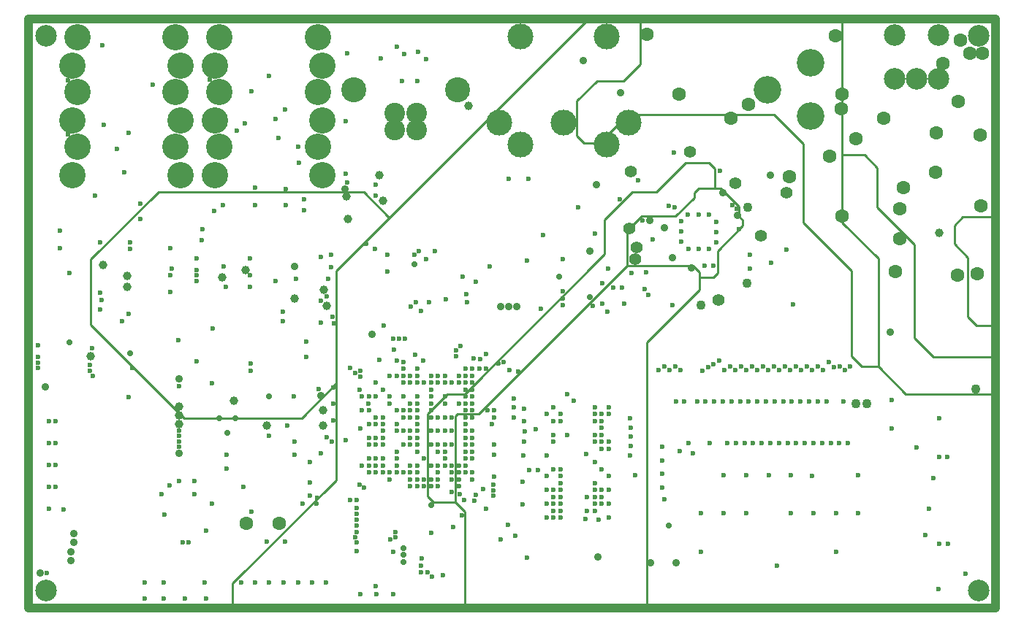
<source format=gbr>
G04 Layer_Physical_Order=4*
G04 Layer_Color=128*
%FSLAX45Y45*%
%MOMM*%
%TF.FileFunction,Copper,L4,Inr,Plane*%
%TF.Part,Single*%
G01*
G75*
%TA.AperFunction,ViaPad*%
%ADD76C,0.60000*%
%TA.AperFunction,NonConductor*%
%ADD80C,1.01600*%
%TA.AperFunction,ViaPad*%
%ADD81C,2.50000*%
%TA.AperFunction,ComponentPad*%
%ADD82C,3.05000*%
%ADD84C,2.90000*%
%ADD85C,2.40000*%
%ADD86C,3.00000*%
%ADD87C,3.20000*%
%ADD88C,2.50000*%
%TA.AperFunction,ViaPad*%
%ADD89C,1.10000*%
%ADD90C,1.00000*%
%ADD91C,0.70000*%
%ADD92C,0.90000*%
%ADD93C,1.60000*%
%ADD94C,1.40000*%
%TA.AperFunction,NonConductor*%
%ADD96C,0.25000*%
D76*
X8727999Y8695508D02*
D03*
X6750018Y8419987D02*
D03*
X6670018D02*
D03*
X6590018D02*
D03*
X6510018D02*
D03*
X7132500Y10310000D02*
D03*
X7282500D02*
D03*
X7167500Y10910000D02*
D03*
X7352500D02*
D03*
X7125000Y9700000D02*
D03*
X8727963Y7895541D02*
D03*
X9288000Y8935500D02*
D03*
X9207963Y8455542D02*
D03*
X9287961Y8375502D02*
D03*
X7710000Y8900000D02*
D03*
X8395500Y8816500D02*
D03*
X5410000Y7540000D02*
D03*
X5620000Y7537500D02*
D03*
X5987500Y8047500D02*
D03*
X6370000Y8020000D02*
D03*
X6450000D02*
D03*
X6450000Y7930000D02*
D03*
X5985000Y7977500D02*
D03*
X5910000Y8070000D02*
D03*
X6480000Y8200000D02*
D03*
X8271400Y9191900D02*
D03*
X8525000Y8842500D02*
D03*
X8015000Y8900000D02*
D03*
X8449208Y8366661D02*
D03*
X8550736D02*
D03*
X6590000Y9220000D02*
D03*
X6510000D02*
D03*
X9617500Y8537500D02*
D03*
X9247982Y7790482D02*
D03*
X9208003Y7895541D02*
D03*
X9098003Y7798041D02*
D03*
X9118003Y7895541D02*
D03*
X8197500Y7731671D02*
D03*
X9207961Y8215502D02*
D03*
X8807963Y8215541D02*
D03*
X9207961Y7975501D02*
D03*
X9287961D02*
D03*
X9620000Y8649000D02*
D03*
X9625000Y8752500D02*
D03*
X9368000Y8695499D02*
D03*
X9288000D02*
D03*
X8728002Y8375542D02*
D03*
X7790000Y8820015D02*
D03*
X8042726Y8540057D02*
D03*
X7789984Y8740016D02*
D03*
X8042800Y8660000D02*
D03*
X8807963Y7815541D02*
D03*
X8387000Y8696000D02*
D03*
X8387400Y8936300D02*
D03*
X4800000Y11370000D02*
D03*
X5270000Y11640000D02*
D03*
X9800000Y10660000D02*
D03*
X13189999Y6990100D02*
D03*
X13500000Y7160000D02*
D03*
X10010000Y8030000D02*
D03*
X9419981Y10479979D02*
D03*
X9630000Y10650000D02*
D03*
X6760000Y10040000D02*
D03*
X6870000Y9890000D02*
D03*
X9210000Y11110000D02*
D03*
X8610000Y11090000D02*
D03*
X8420000Y10800000D02*
D03*
X6030000Y8560000D02*
D03*
X6490000Y8850000D02*
D03*
X6430000Y9490000D02*
D03*
X6370000Y9550000D02*
D03*
X6830000Y8260000D02*
D03*
X6830000Y8340000D02*
D03*
X6910000D02*
D03*
X6989948Y8340051D02*
D03*
X6710000Y9645000D02*
D03*
X6750000Y8660000D02*
D03*
X6590000Y8740000D02*
D03*
X5214839Y10495000D02*
D03*
X8373000Y7970500D02*
D03*
X8727960Y8775500D02*
D03*
X9615000Y8967500D02*
D03*
X9620000Y8855000D02*
D03*
X4380000Y9870000D02*
D03*
X4780000Y10010000D02*
D03*
X5220000Y9520000D02*
D03*
Y9600000D02*
D03*
X6010000Y9310000D02*
D03*
X5840000Y11510000D02*
D03*
X10390000Y9160001D02*
D03*
X10708000Y9530000D02*
D03*
X10454000Y9520000D02*
D03*
X10517500Y9562000D02*
D03*
X10581000Y9590000D02*
D03*
X10644500Y9632000D02*
D03*
X7950000Y9710000D02*
D03*
X7800000Y9660000D02*
D03*
X7710000Y9540000D02*
D03*
X4210000Y6880000D02*
D03*
X3990000D02*
D03*
X4700000Y6880000D02*
D03*
X4460000Y6880000D02*
D03*
X7790019Y9380018D02*
D03*
X7949986Y9539981D02*
D03*
X7710001Y8500000D02*
D03*
Y8420000D02*
D03*
X7790000Y8980000D02*
D03*
X7710001D02*
D03*
Y9060000D02*
D03*
X7790000D02*
D03*
X9677000Y8310000D02*
D03*
X8382900Y8534800D02*
D03*
X8391200Y9081400D02*
D03*
X8372988Y8226961D02*
D03*
X9368000Y9095500D02*
D03*
X9288000Y9015500D02*
D03*
X9368000D02*
D03*
X9208000Y8775500D02*
D03*
Y8695499D02*
D03*
X9367961Y8135502D02*
D03*
X9287961D02*
D03*
X9207961Y8055502D02*
D03*
X9287961D02*
D03*
X9367961Y7975501D02*
D03*
Y7815501D02*
D03*
X8647963Y7815541D02*
D03*
X8807963Y7895541D02*
D03*
X8727963Y7975541D02*
D03*
X8647963D02*
D03*
X8727963Y8055541D02*
D03*
X8807963Y8135541D02*
D03*
X8727963D02*
D03*
X8647963D02*
D03*
X8807963Y8055541D02*
D03*
X8647963Y8295541D02*
D03*
X8887960Y8775500D02*
D03*
X8648002Y9015500D02*
D03*
X8808002Y8935500D02*
D03*
Y9015500D02*
D03*
X8648002Y8535499D02*
D03*
X8807963Y7975541D02*
D03*
X8042800Y8290500D02*
D03*
X8271401Y8976166D02*
D03*
X8728002Y8935500D02*
D03*
X8286199Y7604661D02*
D03*
X8042765Y8979899D02*
D03*
X9208000Y9095500D02*
D03*
X8271375Y9095540D02*
D03*
X9288000Y8615499D02*
D03*
X9368000D02*
D03*
X9288000Y8855500D02*
D03*
Y8775500D02*
D03*
X7709986Y9219982D02*
D03*
X7790000Y9220000D02*
D03*
Y8500000D02*
D03*
X7710000Y8580000D02*
D03*
X7789986Y9139982D02*
D03*
X7710000Y9300000D02*
D03*
X7790000Y8580000D02*
D03*
X7070000Y8660000D02*
D03*
X7150000Y8820000D02*
D03*
Y8900000D02*
D03*
Y8660000D02*
D03*
X7310000Y8660000D02*
D03*
X7390000D02*
D03*
X7310000Y8820000D02*
D03*
X6750000Y8980000D02*
D03*
X7070000D02*
D03*
X7150000D02*
D03*
Y9220000D02*
D03*
X7310000Y9140000D02*
D03*
X7630000Y8180000D02*
D03*
X7470000Y8820000D02*
D03*
Y8980000D02*
D03*
X7550000Y8820000D02*
D03*
X7470000Y9140000D02*
D03*
X6749988Y8819982D02*
D03*
X7229987Y8499983D02*
D03*
X7470000Y8580000D02*
D03*
X6990000Y8660000D02*
D03*
X7710000Y8820000D02*
D03*
X7310000Y8420000D02*
D03*
X7469986Y9459981D02*
D03*
X7630000Y8420000D02*
D03*
X6990000Y8820000D02*
D03*
X7150000Y8740000D02*
D03*
X7469983Y8659983D02*
D03*
X7630000Y8260000D02*
D03*
X7709986Y9459981D02*
D03*
X7389986Y8579983D02*
D03*
X6910000Y8420000D02*
D03*
X7790000Y8340000D02*
D03*
X7709986Y9139982D02*
D03*
X7069987Y8259983D02*
D03*
Y8419983D02*
D03*
X7390000Y8420000D02*
D03*
X7710000Y8340000D02*
D03*
X7470000Y8420000D02*
D03*
X6589988Y8339987D02*
D03*
X7150000Y8340000D02*
D03*
X7550000Y8260000D02*
D03*
X6670000Y9220000D02*
D03*
X6910000Y8500000D02*
D03*
X6909987Y8899982D02*
D03*
X7310000Y9300000D02*
D03*
X7630000Y8340000D02*
D03*
X6669988Y8339987D02*
D03*
X7789986Y9299981D02*
D03*
X7150000Y8420000D02*
D03*
X7070000Y8820000D02*
D03*
X7230000Y8260000D02*
D03*
X6990000Y9060000D02*
D03*
X7310000Y8980000D02*
D03*
X7390000Y8820000D02*
D03*
X6989987Y8979982D02*
D03*
X6910000Y9060000D02*
D03*
X7309987Y9219982D02*
D03*
X7630000Y9140000D02*
D03*
X7710000Y8660000D02*
D03*
X7470000Y8500000D02*
D03*
X6910000Y8580000D02*
D03*
Y8819999D02*
D03*
X7150000Y8580000D02*
D03*
X7310000Y9060000D02*
D03*
X7150000Y9140000D02*
D03*
X7549986Y8659983D02*
D03*
X7390000Y8980000D02*
D03*
X7550000D02*
D03*
Y8420000D02*
D03*
X7470000Y9220000D02*
D03*
X7710000Y8740000D02*
D03*
X7790000Y8260000D02*
D03*
X7550000Y8340000D02*
D03*
X7150017Y8179987D02*
D03*
X7389987Y8179983D02*
D03*
X7310017Y8179987D02*
D03*
X7230017D02*
D03*
X7070017D02*
D03*
X6840000Y7560000D02*
D03*
X6900000Y7650000D02*
D03*
Y7590000D02*
D03*
X7389987Y8259983D02*
D03*
X7310017Y8259957D02*
D03*
X7390000Y8340000D02*
D03*
X6870000Y7420000D02*
D03*
Y6930000D02*
D03*
X6680000D02*
D03*
X6490000Y6930000D02*
D03*
X7149987Y8259983D02*
D03*
X6450000Y7430000D02*
D03*
X4280000Y8190000D02*
D03*
X4770000Y7980000D02*
D03*
X4940000Y8380000D02*
D03*
X4390000Y9340000D02*
D03*
X10527499Y11329999D02*
D03*
X10407499D02*
D03*
X10287499D02*
D03*
X10210000Y11012500D02*
D03*
Y11132500D02*
D03*
Y11252500D02*
D03*
X6340000Y11700000D02*
D03*
X10480000Y10740000D02*
D03*
X4430000Y7530000D02*
D03*
X4500000D02*
D03*
X4910000Y10730000D02*
D03*
X4930000Y10490000D02*
D03*
X4590000Y10690000D02*
D03*
X5590000Y10090000D02*
D03*
Y10205999D02*
D03*
X6150000Y10860000D02*
D03*
X6100000Y10380000D02*
D03*
X5745480Y10586999D02*
D03*
X6190000Y10068999D02*
D03*
X3355019Y9585019D02*
D03*
X3390000Y9460000D02*
D03*
X6320000Y12415000D02*
D03*
X6334338Y13199071D02*
D03*
X6320000Y11800000D02*
D03*
X6120000Y10586999D02*
D03*
X5214839Y10820000D02*
D03*
X6670000Y11550000D02*
D03*
Y11677000D02*
D03*
X2760000Y9680000D02*
D03*
Y9550000D02*
D03*
Y9615000D02*
D03*
Y9810000D02*
D03*
X3730000Y10090000D02*
D03*
X3479999Y10423000D02*
D03*
X3010000Y11140000D02*
D03*
X4290000Y10630000D02*
D03*
X3760000Y11820000D02*
D03*
X3010000Y10940000D02*
D03*
X4290000Y10430000D02*
D03*
X3810000Y12280000D02*
D03*
X3940000Y11460000D02*
D03*
X3500000Y13289999D02*
D03*
X3670000Y12090000D02*
D03*
X4090000Y12839999D02*
D03*
X3520000Y12370000D02*
D03*
X3100000Y12889999D02*
D03*
X3819999Y11010000D02*
D03*
X8206959Y11745000D02*
D03*
X8440000D02*
D03*
X10409999Y10927499D02*
D03*
X10529999D02*
D03*
X10289999D02*
D03*
X10609999Y11007499D02*
D03*
Y11127499D02*
D03*
Y11247499D02*
D03*
X10740000Y8680000D02*
D03*
X4589999Y10820000D02*
D03*
Y10560000D02*
D03*
X5214839Y10625000D02*
D03*
X4750000Y12900000D02*
D03*
X5150000Y12390000D02*
D03*
X5430000Y12939999D02*
D03*
X5620000Y12550000D02*
D03*
X5770000Y12120000D02*
D03*
X5060000Y12300000D02*
D03*
X5270000Y11440000D02*
D03*
X5630000D02*
D03*
X5540000Y12220000D02*
D03*
X5630000Y11630000D02*
D03*
X3420000Y11550000D02*
D03*
X4900000Y11440000D02*
D03*
X6030000Y10840999D02*
D03*
Y10078999D02*
D03*
X6669988Y8979982D02*
D03*
X7070000Y8740000D02*
D03*
X6750000Y8500000D02*
D03*
X7789982Y9459981D02*
D03*
X4589999Y10625000D02*
D03*
X2860000Y7170000D02*
D03*
X3940000Y11280000D02*
D03*
X4210000Y7060000D02*
D03*
X3990000D02*
D03*
X2880000Y8676000D02*
D03*
X2960000Y8168000D02*
D03*
X2880000D02*
D03*
Y7914000D02*
D03*
X5110000Y7060000D02*
D03*
X5930000D02*
D03*
X6090000D02*
D03*
X5600000D02*
D03*
X5770000D02*
D03*
X5430000D02*
D03*
X5270000D02*
D03*
X3360000Y9520000D02*
D03*
X5510000Y10560000D02*
D03*
X6750000Y8899999D02*
D03*
X6589970Y8900000D02*
D03*
X6730000Y13139999D02*
D03*
X5510000Y12440000D02*
D03*
X7000000Y13189999D02*
D03*
X6910000Y13280000D02*
D03*
X7160000Y13220000D02*
D03*
X7250000Y13130000D02*
D03*
X5780000Y11930000D02*
D03*
X6970000Y12880000D02*
D03*
X7150000D02*
D03*
X6800000Y10860000D02*
D03*
X6170000Y10140000D02*
D03*
X6030000Y10332999D02*
D03*
X6150000Y10720000D02*
D03*
X6590001Y8500000D02*
D03*
X6670001D02*
D03*
X6450000Y7790000D02*
D03*
Y7860000D02*
D03*
Y7720000D02*
D03*
X6670000Y8900000D02*
D03*
X6530000Y8160000D02*
D03*
X4390000Y8820000D02*
D03*
Y8760000D02*
D03*
Y8700000D02*
D03*
Y8640000D02*
D03*
X6660000Y10930000D02*
D03*
X6560000Y10990000D02*
D03*
X2960000Y8930000D02*
D03*
X2880000D02*
D03*
X2960000Y8676000D02*
D03*
X3810000Y9210000D02*
D03*
X3850000Y9550000D02*
D03*
X4940000Y8540000D02*
D03*
X4590000Y9630000D02*
D03*
X6450000Y7650000D02*
D03*
X6430000Y7590000D02*
D03*
X5730000Y8700000D02*
D03*
Y8540000D02*
D03*
X5820000Y7980000D02*
D03*
X6180000Y9320000D02*
D03*
X4570000Y8090000D02*
D03*
X4220000Y7850000D02*
D03*
X6180000Y9140000D02*
D03*
X5860000Y9860000D02*
D03*
Y9680000D02*
D03*
X5721000Y9224000D02*
D03*
X5640000Y8880000D02*
D03*
X4570000Y8240000D02*
D03*
X4190000Y8090000D02*
D03*
X4390000Y8240000D02*
D03*
X5140000Y8170000D02*
D03*
X5428740Y8760000D02*
D03*
X10135000Y11417500D02*
D03*
X10065000Y11430000D02*
D03*
X9760000Y11260000D02*
D03*
X10880000Y11160000D02*
D03*
X10797500Y11440000D02*
D03*
X11500000Y10290000D02*
D03*
X10660000Y11840000D02*
D03*
X10120000Y12050000D02*
D03*
X10850000Y11400000D02*
D03*
X11430000Y10920000D02*
D03*
X10940000Y8680000D02*
D03*
X7190000Y7260000D02*
D03*
X7190000Y7180000D02*
D03*
X7200000Y7340000D02*
D03*
X7320000Y7130000D02*
D03*
X7270000Y7180000D02*
D03*
X2880000Y8422000D02*
D03*
X2960000D02*
D03*
X3050000Y7910000D02*
D03*
X6450000Y7530000D02*
D03*
X7642500Y8090000D02*
D03*
X7310000Y7640000D02*
D03*
X10771500Y9572000D02*
D03*
X10898500D02*
D03*
X11025500D02*
D03*
X11152500D02*
D03*
X11279500D02*
D03*
X11406500D02*
D03*
X11533500D02*
D03*
X11660500D02*
D03*
X11787500D02*
D03*
X11914500Y9622000D02*
D03*
X12041500Y9572000D02*
D03*
X10590000Y9160001D02*
D03*
X10840000Y8680000D02*
D03*
X11140000D02*
D03*
X11040000D02*
D03*
X11940000D02*
D03*
X11440000D02*
D03*
X12040000D02*
D03*
X12140000D02*
D03*
X10790000Y9160001D02*
D03*
X11090000D02*
D03*
X10990000D02*
D03*
X10890000D02*
D03*
X11590000Y9160001D02*
D03*
X11790000Y9160001D02*
D03*
X11690000D02*
D03*
X11890000Y9160001D02*
D03*
X12090000Y9160001D02*
D03*
X10490000D02*
D03*
X10540000Y8680000D02*
D03*
X10835000Y9530000D02*
D03*
X11216000D02*
D03*
X11343000D02*
D03*
X11089000D02*
D03*
X10962000D02*
D03*
X11724000D02*
D03*
X11851000D02*
D03*
X11597000D02*
D03*
X12105000D02*
D03*
X11978000Y9560000D02*
D03*
X10073000Y9530000D02*
D03*
X9946000D02*
D03*
X10200000D02*
D03*
X10136500Y9572000D02*
D03*
X10009500D02*
D03*
X11470000Y9530000D02*
D03*
X7552500Y8110000D02*
D03*
X7870000Y9540000D02*
D03*
X7790000D02*
D03*
X7880000Y9650000D02*
D03*
X12163500Y9572000D02*
D03*
X7629981Y9459981D02*
D03*
X10690000Y9160001D02*
D03*
X7310000Y9460000D02*
D03*
X7389986Y9459981D02*
D03*
X7230000Y9380000D02*
D03*
X7390014Y9379981D02*
D03*
X7470014D02*
D03*
X7550014D02*
D03*
X7310014D02*
D03*
X7710014D02*
D03*
X7630000Y9380000D02*
D03*
X8959712Y9174605D02*
D03*
X6800000Y10670000D02*
D03*
X7189985Y10209980D02*
D03*
X7077500Y10260000D02*
D03*
X7119980Y10860020D02*
D03*
X7249965Y10810000D02*
D03*
X8840000Y10360001D02*
D03*
Y10810000D02*
D03*
X8840000Y10280000D02*
D03*
X8580000Y10240000D02*
D03*
X6940000Y9890000D02*
D03*
X7010000D02*
D03*
X8840000Y10440000D02*
D03*
X7990000Y10730000D02*
D03*
X7480000Y10350000D02*
D03*
X7730000Y10310000D02*
D03*
X7720000Y10409200D02*
D03*
X7830000Y10550000D02*
D03*
X11840000Y8680000D02*
D03*
X11740000D02*
D03*
X11640000D02*
D03*
X11390000Y9160001D02*
D03*
X11490000Y9160001D02*
D03*
X11540000Y8680000D02*
D03*
X11290000Y9160001D02*
D03*
X11190000Y9160001D02*
D03*
X11240000Y8680000D02*
D03*
X11340000D02*
D03*
X10440000Y7420000D02*
D03*
X12000000D02*
D03*
X12260000Y7870000D02*
D03*
X12000000D02*
D03*
X11740000D02*
D03*
X11480000D02*
D03*
X10960000D02*
D03*
X10699735Y7870000D02*
D03*
X10440000Y7870000D02*
D03*
X12260000Y8310000D02*
D03*
X11480000D02*
D03*
X11220000D02*
D03*
X10960000D02*
D03*
X10699735Y8310000D02*
D03*
X11720000Y8300000D02*
D03*
X11320000Y7259735D02*
D03*
X6180000Y8940000D02*
D03*
X8150000Y9620000D02*
D03*
X7690000Y8020000D02*
D03*
X6100000Y8750000D02*
D03*
X7680000Y10610000D02*
D03*
X5840000Y11380000D02*
D03*
X9520000Y10480000D02*
D03*
X13200000Y8520000D02*
D03*
X12930000Y8630000D02*
D03*
X9990000Y8160000D02*
D03*
X10340000Y8560000D02*
D03*
X10290000Y8680000D02*
D03*
X10190000Y8590000D02*
D03*
X13035001Y7615000D02*
D03*
X13289999Y8520000D02*
D03*
X13130000Y8270000D02*
D03*
X13200000Y7510000D02*
D03*
X13300000D02*
D03*
X10150000Y9160000D02*
D03*
X10240000Y9160001D02*
D03*
X11000000Y10860000D02*
D03*
X9990000Y8640000D02*
D03*
Y8480000D02*
D03*
Y8320000D02*
D03*
X9780000Y10470000D02*
D03*
X11250000Y10770000D02*
D03*
X11000000Y10700000D02*
D03*
X9880000Y11040000D02*
D03*
X10580000Y10740000D02*
D03*
X13080000Y7920000D02*
D03*
X7450000Y7150000D02*
D03*
X6670000Y7020000D02*
D03*
X9497500Y11505000D02*
D03*
X6490000Y9450000D02*
D03*
Y9520000D02*
D03*
X6590000Y8659999D02*
D03*
X6670000Y8660000D02*
D03*
X6670001Y8740000D02*
D03*
X6750000Y8740000D02*
D03*
X6320800Y8710000D02*
D03*
X9710000Y11730000D02*
D03*
X5230000Y12760000D02*
D03*
X4290000Y10940000D02*
D03*
X3819999Y10931000D02*
D03*
X3479999Y10230000D02*
D03*
X3384840Y9780000D02*
D03*
X4650000Y11030000D02*
D03*
X4310000Y10700000D02*
D03*
X3810000Y10180000D02*
D03*
X3479999Y11010000D02*
D03*
X3100000Y12260000D02*
D03*
X6160000Y8700000D02*
D03*
X5230000Y7880000D02*
D03*
X4690000Y7060000D02*
D03*
X4700000Y7660000D02*
D03*
X8888100Y9245400D02*
D03*
X8035000Y8070000D02*
D03*
X9107521Y8555019D02*
D03*
X6749988Y8339987D02*
D03*
X7070001Y8340000D02*
D03*
X9207961Y8135502D02*
D03*
X9112500Y8052500D02*
D03*
X8808002Y8295541D02*
D03*
Y8375542D02*
D03*
X5910000Y8460000D02*
D03*
X7790000Y8660000D02*
D03*
X9367961Y8295502D02*
D03*
X13195000Y8965000D02*
D03*
X12642500Y9180000D02*
D03*
Y8847500D02*
D03*
X5910000Y8220000D02*
D03*
X6990000Y9220000D02*
D03*
X6670000Y9380000D02*
D03*
X6830000Y9140000D02*
D03*
X6749988Y9299981D02*
D03*
X6830000Y9220000D02*
D03*
X6589987Y9059982D02*
D03*
X6510000Y9060000D02*
D03*
X6588000Y9139000D02*
D03*
X7070000Y9060000D02*
D03*
X7150000D02*
D03*
X7070000Y9140000D02*
D03*
X6482500Y9297500D02*
D03*
X6829986Y9459981D02*
D03*
X6910000Y9635000D02*
D03*
X6990000Y9620000D02*
D03*
X7150000Y9540000D02*
D03*
X7220000Y9640000D02*
D03*
X6990000Y9540000D02*
D03*
X7150000Y9460000D02*
D03*
X7070000D02*
D03*
X6990000D02*
D03*
X6910000D02*
D03*
X7150000Y9380000D02*
D03*
X7069987Y9379981D02*
D03*
X6989987D02*
D03*
X6879188Y9761688D02*
D03*
X7945000Y7917500D02*
D03*
X9290000Y10536250D02*
D03*
X9181700Y10269200D02*
D03*
X9545000Y10292500D02*
D03*
X9348750Y10207500D02*
D03*
X9290000Y10292500D02*
D03*
X9824188Y10399188D02*
D03*
X10102500Y10280000D02*
D03*
X9357500Y10702500D02*
D03*
X8220000Y9527500D02*
D03*
X8728002Y9095500D02*
D03*
X8090000Y9600000D02*
D03*
X8322500Y9510000D02*
D03*
X7966601Y9060016D02*
D03*
X8042801D02*
D03*
X8032900Y8193800D02*
D03*
X8032700Y8130300D02*
D03*
X7911400Y8147100D02*
D03*
X7570000Y7710000D02*
D03*
X8118300Y7564200D02*
D03*
X7667500Y7837500D02*
D03*
X7830000Y8080000D02*
D03*
X7600000Y9756790D02*
D03*
X7600370Y9682973D02*
D03*
X7650000Y9805000D02*
D03*
X7815381Y8014619D02*
D03*
X8424200Y7347500D02*
D03*
X9207961Y9015500D02*
D03*
X9208000Y8935500D02*
D03*
X8727963Y7815541D02*
D03*
X4662500Y11162500D02*
D03*
X4770000Y9370000D02*
D03*
X9017500Y11415000D02*
D03*
X3120000Y10650000D02*
D03*
X3492500Y10335000D02*
D03*
D80*
X2650000Y6770000D02*
Y13599998D01*
X13850000D01*
Y6770000D02*
Y13599998D01*
X2650000Y6770000D02*
X13850000Y6770000D01*
D81*
X2849999Y13400000D02*
D03*
X13650000D02*
D03*
X13650000Y6969999D02*
D03*
X2849999D02*
D03*
D82*
X3157499Y11790001D02*
D03*
Y13060001D02*
D03*
Y12425001D02*
D03*
X3212500Y13385001D02*
D03*
Y12750001D02*
D03*
X4352499Y12115001D02*
D03*
Y12750001D02*
D03*
X3212500Y12115001D02*
D03*
X4352499Y13385001D02*
D03*
X4407499Y11790001D02*
D03*
Y12425001D02*
D03*
Y13060001D02*
D03*
X4802500Y11790001D02*
D03*
Y13060001D02*
D03*
Y12425001D02*
D03*
X4857500Y13385001D02*
D03*
Y12750001D02*
D03*
X5997500Y12115001D02*
D03*
Y12750001D02*
D03*
X4857500Y12115001D02*
D03*
X5997500Y13385001D02*
D03*
X6052500Y11790001D02*
D03*
Y12425001D02*
D03*
Y13060001D02*
D03*
D84*
X7617501Y12780001D02*
D03*
X6413502D02*
D03*
D85*
X6890501Y12509001D02*
D03*
X7140501D02*
D03*
X6890501Y12309001D02*
D03*
X7140501D02*
D03*
D86*
X8347501Y13395001D02*
D03*
X9347501D02*
D03*
Y12145001D02*
D03*
X8347501D02*
D03*
X8097501Y12395001D02*
D03*
X9597501D02*
D03*
X8847501D02*
D03*
D87*
X11204300Y12779100D02*
D03*
X11704300Y12469100D02*
D03*
Y13089101D02*
D03*
D88*
X13184302Y13409099D02*
D03*
X12930302Y12901099D02*
D03*
X12676302D02*
D03*
Y13409099D02*
D03*
X13184302Y12901099D02*
D03*
D89*
X13623000Y9310000D02*
D03*
X10970000Y10530000D02*
D03*
X10980000Y11410000D02*
D03*
X10439999Y10280000D02*
D03*
X12232000Y9140000D02*
D03*
X12359000D02*
D03*
D90*
X5730000Y10359999D02*
D03*
X4890000Y10600000D02*
D03*
X5160000Y10690000D02*
D03*
X6100000Y10270000D02*
D03*
X6070000Y10459999D02*
D03*
X13200000Y11120000D02*
D03*
X3370000Y9690000D02*
D03*
X4390000Y8900000D02*
D03*
X5030000Y9170000D02*
D03*
X5410000Y8880000D02*
D03*
X6060000Y9060000D02*
D03*
Y8880000D02*
D03*
X4390000Y9100000D02*
D03*
Y9000000D02*
D03*
X6750000Y11490000D02*
D03*
X6710000Y11790000D02*
D03*
X7740000Y12590000D02*
D03*
X6350000Y11280000D02*
D03*
X6330000Y11540000D02*
D03*
X3790000Y10620000D02*
D03*
X3509999Y10747000D02*
D03*
X3790000Y10493000D02*
D03*
D91*
X6990000Y7460000D02*
D03*
Y7380000D02*
D03*
Y7300000D02*
D03*
X7310000Y7960000D02*
D03*
X4860000Y8970000D02*
D03*
X5040000D02*
D03*
X3820000Y9720000D02*
D03*
X5430000Y9224000D02*
D03*
X4950000Y8800000D02*
D03*
X7120000Y10750000D02*
D03*
X9150000Y10370000D02*
D03*
X8790000Y10610000D02*
D03*
X10060000Y7720000D02*
D03*
X3120000Y9850000D02*
D03*
D92*
X9070000Y13120000D02*
D03*
X9505000Y12745000D02*
D03*
X9240000Y7360000D02*
D03*
X9150000Y10910000D02*
D03*
X9850000Y7290000D02*
D03*
X10150000D02*
D03*
X5730000Y10730000D02*
D03*
X6310000Y11630000D02*
D03*
X2780000Y7172000D02*
D03*
X3140000Y7320000D02*
D03*
Y7420000D02*
D03*
X3170000Y7530000D02*
D03*
Y7630000D02*
D03*
X4390000Y8560000D02*
D03*
X9840000Y11260000D02*
D03*
X10010000Y11180000D02*
D03*
X10860000Y11320000D02*
D03*
X10690000Y11580000D02*
D03*
X11240000Y11790000D02*
D03*
X6030000Y9230000D02*
D03*
X6630000Y9939488D02*
D03*
X12630000Y9970000D02*
D03*
X10110000Y10830000D02*
D03*
X10330000Y10710000D02*
D03*
X9222500Y11672500D02*
D03*
X8120000Y10260000D02*
D03*
X8210000D02*
D03*
X8300000D02*
D03*
X4390000Y9422501D02*
D03*
X2840000Y9330000D02*
D03*
D93*
X13420000Y12640000D02*
D03*
X12230000Y12210000D02*
D03*
X12780000Y11640000D02*
D03*
X13700000Y13200000D02*
D03*
X13410001Y10630000D02*
D03*
X12740000Y11050000D02*
D03*
X13680000Y11430000D02*
D03*
X11990000Y13400000D02*
D03*
X13150000Y11820000D02*
D03*
X13239999Y13080000D02*
D03*
X13160001Y12280000D02*
D03*
X11460000Y11770000D02*
D03*
X12690000Y10670000D02*
D03*
X12740000Y11400000D02*
D03*
X12550000Y12450000D02*
D03*
X13670000Y12250000D02*
D03*
X13639999Y10640000D02*
D03*
X13550000Y13200000D02*
D03*
X13439999Y13350000D02*
D03*
X10780000Y12450000D02*
D03*
X12060000Y12560000D02*
D03*
X12070000Y12730000D02*
D03*
X10990000Y12610000D02*
D03*
X10180000Y12730000D02*
D03*
X12070000Y11310000D02*
D03*
X11930000Y12009920D02*
D03*
X9810000Y13420000D02*
D03*
X5550000Y7750000D02*
D03*
X5170000D02*
D03*
D94*
X10310000Y12060000D02*
D03*
X10830000Y11690000D02*
D03*
X10640000Y10340000D02*
D03*
X11130000Y11080000D02*
D03*
X11430000Y11580000D02*
D03*
X9690000Y10950000D02*
D03*
X9670000Y10810000D02*
D03*
X9610000Y11170000D02*
D03*
X9620000Y11830000D02*
D03*
D96*
X9080000Y12160000D02*
X9258024D01*
X9588024Y12490000D02*
X11280000D01*
X9000000Y12240000D02*
Y12470000D01*
X9258024Y12160000D02*
X9588024Y12490000D01*
X9000000Y12240000D02*
X9080000Y12160000D01*
X9000000Y12470000D02*
Y12650000D01*
X9730000Y13070000D02*
Y13600000D01*
X9540000Y12880000D02*
X9730000Y13070000D01*
X9230000Y12880000D02*
X9540000D01*
X9000000Y12650000D02*
X9230000Y12880000D01*
X6210000Y10680000D02*
X9130000Y13600000D01*
X6530000Y11590000D02*
X6825000Y11295000D01*
X4150000Y11590000D02*
X6530000D01*
X3370000Y10810000D02*
X4150000Y11590000D01*
X5810000Y8970000D02*
X6210000Y9370000D01*
X4450000Y8970000D02*
X5810000D01*
X3370000Y10050000D02*
X4450000Y8970000D01*
X3370000Y10050000D02*
Y10810000D01*
X13800000Y11300000D02*
X13850000Y11250000D01*
X13130000Y9680000D02*
X13850000D01*
X12910001Y9900000D02*
X13130000Y9680000D01*
X12910001Y9900000D02*
Y10980000D01*
X12480000Y11410000D02*
X12910001Y10980000D01*
X12480000Y11410000D02*
Y11870000D01*
X12330000Y12020000D02*
X12480000Y11870000D01*
X12070000Y12020000D02*
X12330000D01*
X13470000Y11300000D02*
X13800000D01*
X13370000Y11200000D02*
X13470000Y11300000D01*
X13370000Y10990000D02*
Y11200000D01*
Y10990000D02*
X13530000Y10830000D01*
X13630000Y10040000D02*
X13850000D01*
X13530000Y10140000D02*
X13630000Y10040000D01*
X13530000Y10140000D02*
Y10830000D01*
X12810001Y9250000D02*
X13850000D01*
X12490000Y9570000D02*
X12810001Y9250000D01*
X6210000Y8250000D02*
Y10680000D01*
X7270000Y9020000D02*
X7500000Y9250000D01*
X9810000Y9850000D02*
X10420000Y10460000D01*
Y10660000D01*
X10340000Y10740000D02*
X10420000Y10660000D01*
X9810000Y6770000D02*
Y9850000D01*
X7620000Y9020000D02*
X7860000D01*
X7500000Y9250000D02*
X7700000D01*
X10260000Y11930000D02*
X10530000D01*
X10357255Y11587255D02*
X10407745Y11637745D01*
X9520000Y10680000D02*
X9580000Y10740000D01*
X7860000Y9020000D02*
X9520000Y10680000D01*
X9750000Y11310000D02*
X10140000D01*
X9580000Y11140000D02*
X9750000Y11310000D01*
X9920000Y11590000D02*
X10260000Y11930000D01*
X9640000Y11590000D02*
X9920000D01*
X9320000Y11270000D02*
X9640000Y11590000D01*
X9580000Y10740000D02*
Y11140000D01*
X9320000Y10870000D02*
Y11270000D01*
X5010000Y7050000D02*
X6210000Y8250000D01*
X5010000Y6770000D02*
Y7050000D01*
X11280000Y12490000D02*
X11620000Y12150000D01*
Y11240000D02*
Y12150000D01*
Y11240000D02*
X12180000Y10680000D01*
Y9690000D02*
Y10680000D01*
Y9690000D02*
X12300000Y9570000D01*
X7340000Y7990000D02*
X7590000D01*
X7270000Y8060000D02*
X7340000Y7990000D01*
X7270000Y8060000D02*
Y9020000D01*
X9580000Y10740000D02*
X10340000D01*
X12300000Y9570000D02*
X12490000D01*
Y10820000D01*
X12070000Y11240000D02*
X12490000Y10820000D01*
X12070000Y11240000D02*
Y13600000D01*
X7700000Y9250000D02*
X9320000Y10870000D01*
X10662255Y11637745D02*
X10880000Y11420000D01*
Y11308024D02*
Y11420000D01*
Y11308024D02*
X10920000Y11268024D01*
Y11200000D02*
Y11268024D01*
X10630000Y10910000D02*
X10920000Y11200000D01*
X10630000Y10650000D02*
Y10910000D01*
X10580000Y10600000D02*
X10630000Y10650000D01*
X10420000Y10600000D02*
X10580000D01*
X10357255Y11527255D02*
Y11587255D01*
X10140000Y11310000D02*
X10357255Y11527255D01*
X10407745Y11637745D02*
X10600000D01*
X10530000Y11930000D02*
X10600000Y11860000D01*
Y11637745D02*
Y11860000D01*
X10487745Y11637745D02*
X10662255D01*
X7590000Y7990000D02*
Y8540000D01*
Y8990000D02*
X7620000Y9020000D01*
X7700000Y6770000D02*
Y7880000D01*
X7590000Y8435000D02*
Y8990000D01*
Y7990000D02*
X7700000Y7880000D01*
X12490000Y9570000D02*
Y9620000D01*
%TF.MD5,6129d3609d33ad1d6539f19c4b01abcf*%
M02*

</source>
